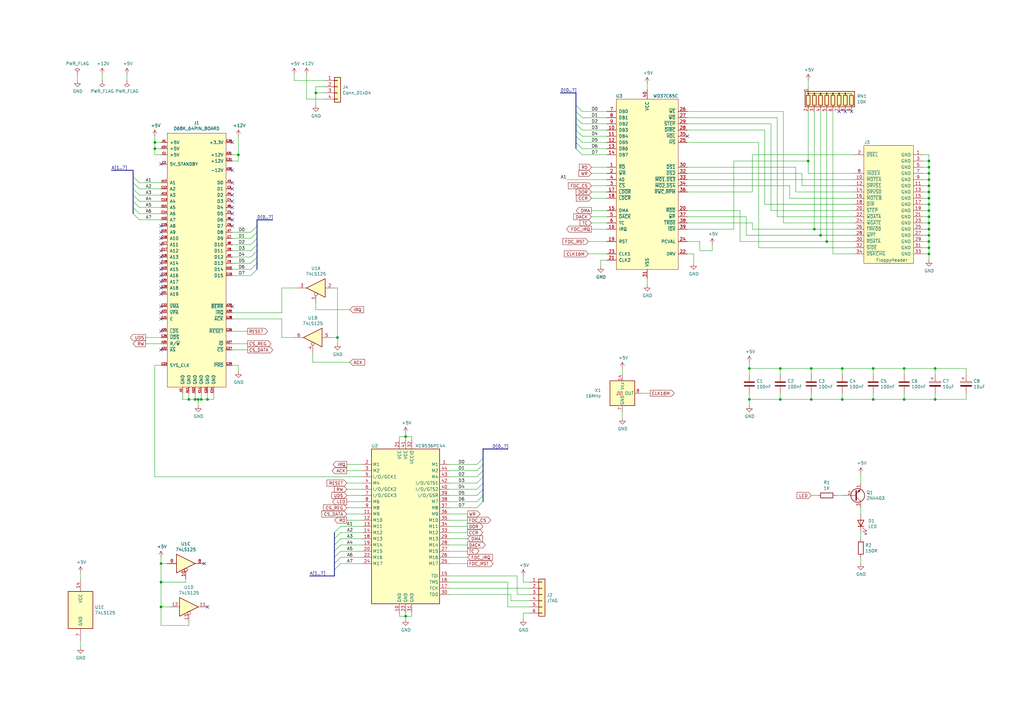
<source format=kicad_sch>
(kicad_sch (version 20230121) (generator eeschema)
  (paper "A3")
  (junction (at 82.55 163.83))
  (junction (at 320.04 163.83))
  (junction (at 381 78.74))
  (junction (at 332.74 151.13))
  (junction (at 339.09 99.06))
  (junction (at 77.47 163.83))
  (junction (at 383.54 163.83))
  (junction (at 331.47 66.04))
  (junction (at 138.43 138.43))
  (junction (at 334.01 93.98))
  (junction (at 80.01 163.83))
  (junction (at 345.44 151.13))
  (junction (at 381 68.58))
  (junction (at 345.44 163.83))
  (junction (at 381 83.82))
  (junction (at 63.5 58.42))
  (junction (at 81.28 163.83))
  (junction (at 63.5 60.96))
  (junction (at 381 66.04))
  (junction (at 166.37 179.07))
  (junction (at 381 71.12))
  (junction (at 381 104.14))
  (junction (at 381 99.06))
  (junction (at 129.54 38.1))
  (junction (at 66.04 248.92))
  (junction (at 307.34 151.13))
  (junction (at 97.79 63.5))
  (junction (at 381 81.28))
  (junction (at 66.04 238.76))
  (junction (at 383.54 151.13))
  (junction (at 370.84 163.83))
  (junction (at 358.14 163.83))
  (junction (at 332.74 163.83))
  (junction (at 358.14 151.13))
  (junction (at 381 93.98))
  (junction (at 381 101.6))
  (junction (at 381 96.52))
  (junction (at 370.84 151.13))
  (junction (at 320.04 151.13))
  (junction (at 307.34 163.83))
  (junction (at 381 91.44))
  (junction (at 381 73.66))
  (junction (at 381 86.36))
  (junction (at 336.55 96.52))
  (junction (at 381 88.9))
  (junction (at 85.09 163.83))
  (junction (at 66.04 231.14))
  (junction (at 166.37 252.73))
  (junction (at 381 76.2))
  (no_connect (at 66.04 102.87))
  (no_connect (at 95.25 125.73))
  (no_connect (at 66.04 143.51))
  (no_connect (at 83.82 231.14))
  (no_connect (at 66.04 95.25))
  (no_connect (at 95.25 92.71))
  (no_connect (at 95.25 90.17))
  (no_connect (at 66.04 118.11))
  (no_connect (at 66.04 100.33))
  (no_connect (at 95.25 82.55))
  (no_connect (at 344.17 45.72))
  (no_connect (at 66.04 97.79))
  (no_connect (at 66.04 120.65))
  (no_connect (at 66.04 115.57))
  (no_connect (at 95.25 74.93))
  (no_connect (at 95.25 58.42))
  (no_connect (at 95.25 80.01))
  (no_connect (at 66.04 107.95))
  (no_connect (at 66.04 105.41))
  (no_connect (at 95.25 85.09))
  (no_connect (at 66.04 67.31))
  (no_connect (at 349.25 45.72))
  (no_connect (at 346.71 45.72))
  (no_connect (at 95.25 87.63))
  (no_connect (at 66.04 110.49))
  (no_connect (at 85.09 248.92))
  (no_connect (at 66.04 125.73))
  (no_connect (at 66.04 113.03))
  (no_connect (at 95.25 69.85))
  (no_connect (at 66.04 128.27))
  (no_connect (at 95.25 77.47))
  (no_connect (at 281.94 55.88))
  (no_connect (at 66.04 92.71))
  (no_connect (at 66.04 135.89))
  (no_connect (at 66.04 130.81))
  (bus_entry (at 236.22 48.26) (size 2.54 2.54))
  (bus_entry (at 137.16 228.6) (size 2.54 -2.54))
  (bus_entry (at 198.12 193.04) (size -2.54 2.54))
  (bus_entry (at 102.87 100.33) (size 2.54 -2.54))
  (bus_entry (at 102.87 95.25) (size 2.54 -2.54))
  (bus_entry (at 137.16 220.98) (size 2.54 -2.54))
  (bus_entry (at 236.22 45.72) (size 2.54 2.54))
  (bus_entry (at 198.12 200.66) (size -2.54 2.54))
  (bus_entry (at 137.16 218.44) (size 2.54 -2.54))
  (bus_entry (at 137.16 231.14) (size 2.54 -2.54))
  (bus_entry (at 198.12 187.96) (size -2.54 2.54))
  (bus_entry (at 102.87 105.41) (size 2.54 -2.54))
  (bus_entry (at 54.61 82.55) (size 2.54 2.54))
  (bus_entry (at 137.16 226.06) (size 2.54 -2.54))
  (bus_entry (at 236.22 60.96) (size 2.54 2.54))
  (bus_entry (at 236.22 50.8) (size 2.54 2.54))
  (bus_entry (at 102.87 102.87) (size 2.54 -2.54))
  (bus_entry (at 137.16 223.52) (size 2.54 -2.54))
  (bus_entry (at 54.61 80.01) (size 2.54 2.54))
  (bus_entry (at 102.87 97.79) (size 2.54 -2.54))
  (bus_entry (at 102.87 110.49) (size 2.54 -2.54))
  (bus_entry (at 198.12 198.12) (size -2.54 2.54))
  (bus_entry (at 198.12 195.58) (size -2.54 2.54))
  (bus_entry (at 54.61 74.93) (size 2.54 2.54))
  (bus_entry (at 54.61 77.47) (size 2.54 2.54))
  (bus_entry (at 198.12 205.74) (size -2.54 2.54))
  (bus_entry (at 102.87 113.03) (size 2.54 -2.54))
  (bus_entry (at 54.61 85.09) (size 2.54 2.54))
  (bus_entry (at 198.12 190.5) (size -2.54 2.54))
  (bus_entry (at 102.87 107.95) (size 2.54 -2.54))
  (bus_entry (at 236.22 43.18) (size 2.54 2.54))
  (bus_entry (at 137.16 233.68) (size 2.54 -2.54))
  (bus_entry (at 236.22 58.42) (size 2.54 2.54))
  (bus_entry (at 54.61 87.63) (size 2.54 2.54))
  (bus_entry (at 236.22 55.88) (size 2.54 2.54))
  (bus_entry (at 236.22 53.34) (size 2.54 2.54))
  (bus_entry (at 54.61 72.39) (size 2.54 2.54))
  (bus_entry (at 198.12 203.2) (size -2.54 2.54))
  (wire (pts (xy 148.59 213.36) (xy 142.24 213.36)))
  (wire (pts (xy 166.37 252.73) (xy 168.91 252.73)))
  (bus (pts (xy 54.61 85.09) (xy 54.61 87.63)))
  (bus (pts (xy 105.41 102.87) (xy 105.41 105.41)))
  (wire (pts (xy 262.89 161.29) (xy 266.7 161.29)))
  (wire (pts (xy 248.92 78.74) (xy 242.57 78.74)))
  (wire (pts (xy 195.58 205.74) (xy 184.15 205.74)))
  (wire (pts (xy 332.74 151.13) (xy 320.04 151.13)))
  (wire (pts (xy 248.92 45.72) (xy 238.76 45.72)))
  (wire (pts (xy 381 78.74) (xy 381 81.28)))
  (wire (pts (xy 331.47 66.04) (xy 331.47 71.12)))
  (wire (pts (xy 184.15 198.12) (xy 195.58 198.12)))
  (wire (pts (xy 334.01 45.72) (xy 334.01 93.98)))
  (wire (pts (xy 76.2 238.76) (xy 66.04 238.76)))
  (wire (pts (xy 66.04 90.17) (xy 57.15 90.17)))
  (wire (pts (xy 148.59 210.82) (xy 142.24 210.82)))
  (wire (pts (xy 129.54 127) (xy 143.51 127)))
  (wire (pts (xy 345.44 151.13) (xy 332.74 151.13)))
  (bus (pts (xy 198.12 203.2) (xy 198.12 205.74)))
  (wire (pts (xy 381 63.5) (xy 381 66.04)))
  (wire (pts (xy 281.94 48.26) (xy 318.77 48.26)))
  (wire (pts (xy 191.77 220.98) (xy 184.15 220.98)))
  (wire (pts (xy 95.25 97.79) (xy 102.87 97.79)))
  (wire (pts (xy 209.55 246.38) (xy 217.17 246.38)))
  (bus (pts (xy 198.12 193.04) (xy 198.12 195.58)))
  (bus (pts (xy 198.12 190.5) (xy 198.12 193.04)))
  (wire (pts (xy 214.63 251.46) (xy 214.63 254)))
  (wire (pts (xy 370.84 153.67) (xy 370.84 151.13)))
  (wire (pts (xy 381 71.12) (xy 381 73.66)))
  (wire (pts (xy 129.54 38.1) (xy 133.35 38.1)))
  (wire (pts (xy 323.85 76.2) (xy 323.85 81.28)))
  (wire (pts (xy 168.91 252.73) (xy 168.91 251.46)))
  (wire (pts (xy 303.53 99.06) (xy 303.53 86.36)))
  (wire (pts (xy 95.25 130.81) (xy 115.57 130.81)))
  (wire (pts (xy 341.63 45.72) (xy 341.63 104.14)))
  (bus (pts (xy 236.22 53.34) (xy 236.22 55.88)))
  (wire (pts (xy 97.79 149.86) (xy 97.79 152.4)))
  (wire (pts (xy 306.07 96.52) (xy 336.55 96.52)))
  (wire (pts (xy 308.61 93.98) (xy 334.01 93.98)))
  (wire (pts (xy 66.04 74.93) (xy 57.15 74.93)))
  (wire (pts (xy 184.15 243.84) (xy 209.55 243.84)))
  (wire (pts (xy 378.46 71.12) (xy 381 71.12)))
  (wire (pts (xy 353.06 231.14) (xy 353.06 228.6)))
  (wire (pts (xy 353.06 194.31) (xy 353.06 198.12)))
  (wire (pts (xy 128.27 148.59) (xy 143.51 148.59)))
  (wire (pts (xy 191.77 231.14) (xy 184.15 231.14)))
  (wire (pts (xy 242.57 93.98) (xy 248.92 93.98)))
  (bus (pts (xy 236.22 48.26) (xy 236.22 50.8)))
  (wire (pts (xy 378.46 78.74) (xy 381 78.74)))
  (wire (pts (xy 378.46 68.58) (xy 381 68.58)))
  (bus (pts (xy 54.61 74.93) (xy 54.61 77.47)))
  (wire (pts (xy 308.61 93.98) (xy 308.61 91.44)))
  (wire (pts (xy 332.74 203.2) (xy 335.28 203.2)))
  (wire (pts (xy 281.94 76.2) (xy 323.85 76.2)))
  (wire (pts (xy 68.58 231.14) (xy 66.04 231.14)))
  (wire (pts (xy 214.63 236.22) (xy 214.63 238.76)))
  (wire (pts (xy 166.37 179.07) (xy 166.37 180.34)))
  (wire (pts (xy 396.24 163.83) (xy 383.54 163.83)))
  (wire (pts (xy 339.09 99.06) (xy 350.52 99.06)))
  (wire (pts (xy 345.44 203.2) (xy 342.9 203.2)))
  (wire (pts (xy 163.83 251.46) (xy 163.83 252.73)))
  (bus (pts (xy 198.12 184.15) (xy 198.12 187.96)))
  (wire (pts (xy 396.24 161.29) (xy 396.24 163.83)))
  (wire (pts (xy 163.83 252.73) (xy 166.37 252.73)))
  (wire (pts (xy 97.79 66.04) (xy 95.25 66.04)))
  (wire (pts (xy 66.04 80.01) (xy 57.15 80.01)))
  (wire (pts (xy 184.15 203.2) (xy 195.58 203.2)))
  (wire (pts (xy 166.37 252.73) (xy 166.37 254)))
  (wire (pts (xy 238.76 58.42) (xy 248.92 58.42)))
  (wire (pts (xy 281.94 99.06) (xy 287.02 99.06)))
  (wire (pts (xy 331.47 45.72) (xy 331.47 66.04)))
  (wire (pts (xy 101.6 135.89) (xy 95.25 135.89)))
  (wire (pts (xy 138.43 140.97) (xy 138.43 138.43)))
  (wire (pts (xy 313.69 53.34) (xy 313.69 83.82)))
  (wire (pts (xy 336.55 45.72) (xy 336.55 96.52)))
  (wire (pts (xy 378.46 91.44) (xy 381 91.44)))
  (bus (pts (xy 236.22 45.72) (xy 236.22 48.26)))
  (wire (pts (xy 77.47 163.83) (xy 80.01 163.83)))
  (bus (pts (xy 105.41 107.95) (xy 105.41 110.49)))
  (wire (pts (xy 281.94 71.12) (xy 328.93 71.12)))
  (bus (pts (xy 137.16 223.52) (xy 137.16 226.06)))
  (wire (pts (xy 381 81.28) (xy 381 83.82)))
  (wire (pts (xy 148.59 205.74) (xy 142.24 205.74)))
  (wire (pts (xy 242.57 76.2) (xy 248.92 76.2)))
  (wire (pts (xy 166.37 179.07) (xy 168.91 179.07)))
  (wire (pts (xy 248.92 55.88) (xy 238.76 55.88)))
  (wire (pts (xy 66.04 238.76) (xy 66.04 248.92)))
  (wire (pts (xy 66.04 248.92) (xy 69.85 248.92)))
  (wire (pts (xy 115.57 130.81) (xy 115.57 138.43)))
  (wire (pts (xy 66.04 256.54) (xy 66.04 248.92)))
  (wire (pts (xy 139.7 220.98) (xy 148.59 220.98)))
  (wire (pts (xy 396.24 151.13) (xy 383.54 151.13)))
  (wire (pts (xy 139.7 223.52) (xy 148.59 223.52)))
  (wire (pts (xy 336.55 96.52) (xy 350.52 96.52)))
  (wire (pts (xy 66.04 231.14) (xy 66.04 238.76)))
  (wire (pts (xy 77.47 255.27) (xy 77.47 256.54)))
  (wire (pts (xy 281.94 93.98) (xy 300.99 93.98)))
  (wire (pts (xy 345.44 163.83) (xy 332.74 163.83)))
  (wire (pts (xy 326.39 78.74) (xy 350.52 78.74)))
  (wire (pts (xy 142.24 208.28) (xy 148.59 208.28)))
  (wire (pts (xy 320.04 153.67) (xy 320.04 151.13)))
  (bus (pts (xy 137.16 226.06) (xy 137.16 228.6)))
  (wire (pts (xy 281.94 50.8) (xy 316.23 50.8)))
  (bus (pts (xy 105.41 100.33) (xy 105.41 102.87)))
  (wire (pts (xy 115.57 128.27) (xy 115.57 118.11)))
  (bus (pts (xy 137.16 228.6) (xy 137.16 231.14)))
  (wire (pts (xy 241.3 99.06) (xy 248.92 99.06)))
  (wire (pts (xy 125.73 40.64) (xy 133.35 40.64)))
  (wire (pts (xy 166.37 179.07) (xy 166.37 177.8)))
  (wire (pts (xy 378.46 88.9) (xy 381 88.9)))
  (wire (pts (xy 311.15 101.6) (xy 350.52 101.6)))
  (wire (pts (xy 321.31 45.72) (xy 321.31 91.44)))
  (wire (pts (xy 129.54 35.56) (xy 129.54 38.1)))
  (wire (pts (xy 300.99 66.04) (xy 331.47 66.04)))
  (wire (pts (xy 381 93.98) (xy 381 96.52)))
  (wire (pts (xy 115.57 138.43) (xy 120.65 138.43)))
  (wire (pts (xy 102.87 100.33) (xy 95.25 100.33)))
  (wire (pts (xy 378.46 83.82) (xy 381 83.82)))
  (wire (pts (xy 381 86.36) (xy 381 88.9)))
  (wire (pts (xy 85.09 163.83) (xy 87.63 163.83)))
  (wire (pts (xy 381 101.6) (xy 381 104.14)))
  (wire (pts (xy 383.54 161.29) (xy 383.54 163.83)))
  (wire (pts (xy 332.74 153.67) (xy 332.74 151.13)))
  (wire (pts (xy 138.43 118.11) (xy 138.43 138.43)))
  (wire (pts (xy 138.43 118.11) (xy 137.16 118.11)))
  (wire (pts (xy 129.54 43.18) (xy 129.54 38.1)))
  (wire (pts (xy 308.61 63.5) (xy 350.52 63.5)))
  (wire (pts (xy 82.55 161.29) (xy 82.55 163.83)))
  (wire (pts (xy 383.54 151.13) (xy 370.84 151.13)))
  (wire (pts (xy 339.09 45.72) (xy 339.09 99.06)))
  (wire (pts (xy 307.34 163.83) (xy 307.34 166.37)))
  (wire (pts (xy 129.54 124.46) (xy 129.54 127)))
  (wire (pts (xy 248.92 104.14) (xy 241.3 104.14)))
  (wire (pts (xy 217.17 251.46) (xy 214.63 251.46)))
  (wire (pts (xy 81.28 166.37) (xy 81.28 163.83)))
  (bus (pts (xy 198.12 184.15) (xy 208.28 184.15)))
  (wire (pts (xy 95.25 63.5) (xy 97.79 63.5)))
  (wire (pts (xy 77.47 256.54) (xy 66.04 256.54)))
  (wire (pts (xy 191.77 226.06) (xy 184.15 226.06)))
  (wire (pts (xy 381 88.9) (xy 381 91.44)))
  (wire (pts (xy 128.27 144.78) (xy 128.27 148.59)))
  (wire (pts (xy 184.15 238.76) (xy 208.28 238.76)))
  (wire (pts (xy 57.15 87.63) (xy 66.04 87.63)))
  (wire (pts (xy 120.65 30.48) (xy 120.65 33.02)))
  (wire (pts (xy 331.47 33.02) (xy 331.47 35.56)))
  (wire (pts (xy 214.63 238.76) (xy 217.17 238.76)))
  (bus (pts (xy 54.61 80.01) (xy 54.61 82.55)))
  (wire (pts (xy 332.74 163.83) (xy 320.04 163.83)))
  (wire (pts (xy 358.14 153.67) (xy 358.14 151.13)))
  (wire (pts (xy 292.1 102.87) (xy 292.1 100.33)))
  (bus (pts (xy 137.16 236.22) (xy 127 236.22)))
  (wire (pts (xy 80.01 161.29) (xy 80.01 163.83)))
  (wire (pts (xy 95.25 113.03) (xy 102.87 113.03)))
  (wire (pts (xy 318.77 88.9) (xy 350.52 88.9)))
  (wire (pts (xy 57.15 77.47) (xy 66.04 77.47)))
  (wire (pts (xy 238.76 63.5) (xy 248.92 63.5)))
  (bus (pts (xy 54.61 82.55) (xy 54.61 85.09)))
  (bus (pts (xy 236.22 58.42) (xy 236.22 60.96)))
  (wire (pts (xy 168.91 179.07) (xy 168.91 180.34)))
  (wire (pts (xy 33.02 237.49) (xy 33.02 234.95)))
  (wire (pts (xy 381 104.14) (xy 381 106.68)))
  (wire (pts (xy 358.14 161.29) (xy 358.14 163.83)))
  (wire (pts (xy 378.46 81.28) (xy 381 81.28)))
  (bus (pts (xy 137.16 233.68) (xy 137.16 236.22)))
  (wire (pts (xy 133.35 35.56) (xy 129.54 35.56)))
  (wire (pts (xy 102.87 110.49) (xy 95.25 110.49)))
  (wire (pts (xy 321.31 91.44) (xy 350.52 91.44)))
  (bus (pts (xy 236.22 38.1) (xy 236.22 43.18)))
  (wire (pts (xy 148.59 193.04) (xy 142.24 193.04)))
  (wire (pts (xy 307.34 151.13) (xy 307.34 153.67)))
  (wire (pts (xy 281.94 68.58) (xy 326.39 68.58)))
  (wire (pts (xy 308.61 91.44) (xy 281.94 91.44)))
  (wire (pts (xy 102.87 95.25) (xy 95.25 95.25)))
  (wire (pts (xy 381 66.04) (xy 381 68.58)))
  (wire (pts (xy 63.5 60.96) (xy 63.5 58.42)))
  (wire (pts (xy 95.25 128.27) (xy 115.57 128.27)))
  (wire (pts (xy 95.25 149.86) (xy 97.79 149.86)))
  (bus (pts (xy 198.12 187.96) (xy 198.12 190.5)))
  (wire (pts (xy 378.46 93.98) (xy 381 93.98)))
  (wire (pts (xy 383.54 153.67) (xy 383.54 151.13)))
  (wire (pts (xy 328.93 76.2) (xy 350.52 76.2)))
  (wire (pts (xy 59.69 140.97) (xy 66.04 140.97)))
  (wire (pts (xy 353.06 210.82) (xy 353.06 208.28)))
  (wire (pts (xy 31.75 30.48) (xy 31.75 33.02)))
  (wire (pts (xy 66.04 228.6) (xy 66.04 231.14)))
  (wire (pts (xy 238.76 53.34) (xy 248.92 53.34)))
  (wire (pts (xy 95.25 143.51) (xy 101.6 143.51)))
  (wire (pts (xy 66.04 63.5) (xy 63.5 63.5)))
  (bus (pts (xy 198.12 200.66) (xy 198.12 203.2)))
  (wire (pts (xy 66.04 149.86) (xy 63.5 149.86)))
  (wire (pts (xy 370.84 161.29) (xy 370.84 163.83)))
  (wire (pts (xy 345.44 153.67) (xy 345.44 151.13)))
  (wire (pts (xy 208.28 248.92) (xy 217.17 248.92)))
  (wire (pts (xy 370.84 151.13) (xy 358.14 151.13)))
  (wire (pts (xy 281.94 45.72) (xy 321.31 45.72)))
  (wire (pts (xy 255.27 171.45) (xy 255.27 168.91)))
  (wire (pts (xy 303.53 86.36) (xy 281.94 86.36)))
  (wire (pts (xy 191.77 210.82) (xy 184.15 210.82)))
  (bus (pts (xy 236.22 50.8) (xy 236.22 53.34)))
  (wire (pts (xy 41.91 33.02) (xy 41.91 30.48)))
  (bus (pts (xy 198.12 198.12) (xy 198.12 200.66)))
  (wire (pts (xy 139.7 228.6) (xy 148.59 228.6)))
  (wire (pts (xy 265.43 114.3) (xy 265.43 116.84)))
  (wire (pts (xy 341.63 104.14) (xy 350.52 104.14)))
  (wire (pts (xy 52.07 33.02) (xy 52.07 30.48)))
  (wire (pts (xy 95.25 107.95) (xy 102.87 107.95)))
  (wire (pts (xy 120.65 33.02) (xy 133.35 33.02)))
  (wire (pts (xy 242.57 81.28) (xy 248.92 81.28)))
  (wire (pts (xy 77.47 161.29) (xy 77.47 163.83)))
  (wire (pts (xy 148.59 215.9) (xy 139.7 215.9)))
  (wire (pts (xy 378.46 96.52) (xy 381 96.52)))
  (wire (pts (xy 242.57 86.36) (xy 248.92 86.36)))
  (wire (pts (xy 63.5 149.86) (xy 63.5 195.58)))
  (wire (pts (xy 332.74 161.29) (xy 332.74 163.83)))
  (wire (pts (xy 87.63 163.83) (xy 87.63 161.29)))
  (wire (pts (xy 381 83.82) (xy 381 86.36)))
  (wire (pts (xy 163.83 180.34) (xy 163.83 179.07)))
  (wire (pts (xy 306.07 96.52) (xy 306.07 88.9)))
  (wire (pts (xy 370.84 163.83) (xy 358.14 163.83)))
  (wire (pts (xy 378.46 99.06) (xy 381 99.06)))
  (wire (pts (xy 148.59 226.06) (xy 139.7 226.06)))
  (wire (pts (xy 142.24 190.5) (xy 148.59 190.5)))
  (wire (pts (xy 318.77 48.26) (xy 318.77 88.9)))
  (wire (pts (xy 331.47 71.12) (xy 350.52 71.12)))
  (wire (pts (xy 184.15 236.22) (xy 212.09 236.22)))
  (wire (pts (xy 358.14 163.83) (xy 345.44 163.83)))
  (bus (pts (xy 105.41 92.71) (xy 105.41 95.25)))
  (wire (pts (xy 320.04 151.13) (xy 307.34 151.13)))
  (wire (pts (xy 381 76.2) (xy 381 78.74)))
  (wire (pts (xy 316.23 86.36) (xy 350.52 86.36)))
  (bus (pts (xy 54.61 72.39) (xy 54.61 74.93)))
  (wire (pts (xy 232.41 73.66) (xy 248.92 73.66)))
  (wire (pts (xy 281.94 78.74) (xy 308.61 78.74)))
  (wire (pts (xy 184.15 193.04) (xy 195.58 193.04)))
  (wire (pts (xy 209.55 243.84) (xy 209.55 246.38)))
  (wire (pts (xy 238.76 48.26) (xy 248.92 48.26)))
  (wire (pts (xy 381 91.44) (xy 381 93.98)))
  (wire (pts (xy 184.15 190.5) (xy 195.58 190.5)))
  (wire (pts (xy 378.46 101.6) (xy 381 101.6)))
  (wire (pts (xy 378.46 86.36) (xy 381 86.36)))
  (bus (pts (xy 105.41 90.17) (xy 111.76 90.17)))
  (wire (pts (xy 306.07 88.9) (xy 281.94 88.9)))
  (wire (pts (xy 184.15 208.28) (xy 195.58 208.28)))
  (wire (pts (xy 139.7 231.14) (xy 148.59 231.14)))
  (bus (pts (xy 236.22 43.18) (xy 236.22 45.72)))
  (bus (pts (xy 105.41 97.79) (xy 105.41 100.33)))
  (wire (pts (xy 148.59 195.58) (xy 63.5 195.58)))
  (wire (pts (xy 320.04 161.29) (xy 320.04 163.83)))
  (wire (pts (xy 284.48 104.14) (xy 281.94 104.14)))
  (wire (pts (xy 358.14 151.13) (xy 345.44 151.13)))
  (wire (pts (xy 101.6 140.97) (xy 95.25 140.97)))
  (wire (pts (xy 320.04 163.83) (xy 307.34 163.83)))
  (wire (pts (xy 307.34 148.59) (xy 307.34 151.13)))
  (wire (pts (xy 95.25 102.87) (xy 102.87 102.87)))
  (wire (pts (xy 82.55 163.83) (xy 85.09 163.83)))
  (wire (pts (xy 281.94 73.66) (xy 350.52 73.66)))
  (wire (pts (xy 63.5 58.42) (xy 63.5 55.88)))
  (wire (pts (xy 208.28 238.76) (xy 208.28 248.92)))
  (wire (pts (xy 381 73.66) (xy 381 76.2)))
  (wire (pts (xy 33.02 265.43) (xy 33.02 262.89)))
  (wire (pts (xy 248.92 106.68) (xy 246.38 106.68)))
  (wire (pts (xy 287.02 102.87) (xy 292.1 102.87)))
  (wire (pts (xy 81.28 163.83) (xy 82.55 163.83)))
  (wire (pts (xy 381 96.52) (xy 381 99.06)))
  (bus (pts (xy 54.61 69.85) (xy 45.72 69.85)))
  (wire (pts (xy 195.58 200.66) (xy 184.15 200.66)))
  (wire (pts (xy 248.92 88.9) (xy 242.57 88.9)))
  (wire (pts (xy 378.46 66.04) (xy 381 66.04)))
  (wire (pts (xy 142.24 203.2) (xy 148.59 203.2)))
  (wire (pts (xy 102.87 105.41) (xy 95.25 105.41)))
  (wire (pts (xy 316.23 50.8) (xy 316.23 86.36)))
  (bus (pts (xy 54.61 77.47) (xy 54.61 80.01)))
  (wire (pts (xy 191.77 215.9) (xy 184.15 215.9)))
  (bus (pts (xy 236.22 55.88) (xy 236.22 58.42)))
  (bus (pts (xy 137.16 218.44) (xy 137.16 220.98)))
  (wire (pts (xy 381 68.58) (xy 381 71.12)))
  (wire (pts (xy 66.04 58.42) (xy 63.5 58.42)))
  (wire (pts (xy 308.61 78.74) (xy 308.61 63.5)))
  (wire (pts (xy 80.01 163.83) (xy 81.28 163.83)))
  (wire (pts (xy 139.7 218.44) (xy 148.59 218.44)))
  (wire (pts (xy 378.46 73.66) (xy 381 73.66)))
  (wire (pts (xy 63.5 63.5) (xy 63.5 60.96)))
  (wire (pts (xy 142.24 198.12) (xy 148.59 198.12)))
  (wire (pts (xy 184.15 213.36) (xy 191.77 213.36)))
  (bus (pts (xy 229.87 38.1) (xy 236.22 38.1)))
  (wire (pts (xy 166.37 251.46) (xy 166.37 252.73)))
  (wire (pts (xy 115.57 118.11) (xy 121.92 118.11)))
  (wire (pts (xy 97.79 63.5) (xy 97.79 66.04)))
  (bus (pts (xy 54.61 69.85) (xy 54.61 72.39)))
  (wire (pts (xy 303.53 99.06) (xy 339.09 99.06)))
  (wire (pts (xy 85.09 161.29) (xy 85.09 163.83)))
  (wire (pts (xy 242.57 91.44) (xy 248.92 91.44)))
  (wire (pts (xy 212.09 236.22) (xy 212.09 243.84)))
  (wire (pts (xy 248.92 50.8) (xy 238.76 50.8)))
  (wire (pts (xy 326.39 68.58) (xy 326.39 78.74)))
  (bus (pts (xy 137.16 220.98) (xy 137.16 223.52)))
  (wire (pts (xy 323.85 81.28) (xy 350.52 81.28)))
  (wire (pts (xy 378.46 76.2) (xy 381 76.2)))
  (wire (pts (xy 163.83 179.07) (xy 166.37 179.07)))
  (wire (pts (xy 255.27 151.13) (xy 255.27 153.67)))
  (wire (pts (xy 300.99 93.98) (xy 300.99 66.04)))
  (wire (pts (xy 265.43 34.29) (xy 265.43 36.83)))
  (wire (pts (xy 311.15 58.42) (xy 311.15 101.6)))
  (wire (pts (xy 381 99.06) (xy 381 101.6)))
  (bus (pts (xy 105.41 105.41) (xy 105.41 107.95)))
  (wire (pts (xy 242.57 71.12) (xy 248.92 71.12)))
  (wire (pts (xy 287.02 99.06) (xy 287.02 102.87)))
  (wire (pts (xy 59.69 138.43) (xy 66.04 138.43)))
  (wire (pts (xy 248.92 60.96) (xy 238.76 60.96)))
  (wire (pts (xy 195.58 195.58) (xy 184.15 195.58)))
  (wire (pts (xy 383.54 163.83) (xy 370.84 163.83)))
  (wire (pts (xy 57.15 82.55) (xy 66.04 82.55)))
  (wire (pts (xy 135.89 138.43) (xy 138.43 138.43)))
  (bus (pts (xy 198.12 195.58) (xy 198.12 198.12)))
  (wire (pts (xy 396.24 153.67) (xy 396.24 151.13)))
  (wire (pts (xy 281.94 58.42) (xy 311.15 58.42)))
  (bus (pts (xy 105.41 95.25) (xy 105.41 97.79)))
  (wire (pts (xy 284.48 107.95) (xy 284.48 104.14)))
  (wire (pts (xy 353.06 220.98) (xy 353.06 218.44)))
  (wire (pts (xy 74.93 163.83) (xy 77.47 163.83)))
  (wire (pts (xy 97.79 55.88) (xy 97.79 63.5)))
  (wire (pts (xy 74.93 161.29) (xy 74.93 163.83)))
  (wire (pts (xy 345.44 161.29) (xy 345.44 163.83)))
  (wire (pts (xy 212.09 243.84) (xy 217.17 243.84)))
  (wire (pts (xy 148.59 200.66) (xy 142.24 200.66)))
  (wire (pts (xy 184.15 218.44) (xy 191.77 218.44)))
  (wire (pts (xy 307.34 161.29) (xy 307.34 163.83)))
  (wire (pts (xy 66.04 85.09) (xy 57.15 85.09)))
  (wire (pts (xy 184.15 241.3) (xy 217.17 241.3)))
  (wire (pts (xy 281.94 53.34) (xy 313.69 53.34)))
  (wire (pts (xy 66.04 60.96) (xy 63.5 60.96)))
  (wire (pts (xy 313.69 83.82) (xy 350.52 83.82)))
  (wire (pts (xy 328.93 71.12) (xy 328.93 76.2)))
  (wire (pts (xy 76.2 237.49) (xy 76.2 238.76)))
  (wire (pts (xy 184.15 228.6) (xy 191.77 228.6)))
  (wire (pts (xy 378.46 63.5) (xy 381 63.5)))
  (bus (pts (xy 137.16 231.14) (xy 137.16 233.68)))
  (wire (pts (xy 184.15 223.52) (xy 191.77 223.52)))
  (wire (pts (xy 248.92 68.58) (xy 242.57 68.58)))
  (bus (pts (xy 105.41 90.17) (xy 105.41 92.71)))
  (wire (pts (xy 334.01 93.98) (xy 350.52 93.98)))
  (wire (pts (xy 378.46 104.14) (xy 381 104.14)))
  (wire (pts (xy 246.38 106.68) (xy 246.38 109.22)))
  (wire (pts (xy 125.73 30.48) (xy 125.73 40.64)))
  (label "A5" (at 142.24 226.06 0))
  (label "A5" (at 59.69 85.09 0))
  (label "D5" (at 97.79 107.95 0))
  (label "D7" (at 97.79 113.03 0))
  (label "D4" (at 242.57 55.88 0))
  (label "D6" (at 242.57 60.96 0))
  (label "D5" (at 187.96 203.2 0))
  (label "A6" (at 142.24 228.6 0))
  (label "A7" (at 59.69 90.17 0))
  (label "A2" (at 59.69 77.47 0))
  (label "D7" (at 187.96 208.28 0))
  (label "A1" (at 142.24 215.9 0))
  (label "D[0..7]" (at 229.87 38.1 0))
  (label "D2" (at 242.57 50.8 0))
  (label "D1" (at 187.96 193.04 0))
  (label "A4" (at 59.69 82.55 0))
  (label "D1" (at 97.79 97.79 0))
  (label "D0" (at 242.57 45.72 0))
  (label "A6" (at 59.69 87.63 0))
  (label "D4" (at 187.96 200.66 0))
  (label "D7" (at 242.57 63.5 0))
  (label "D6" (at 97.79 110.49 0))
  (label "D[0..7]" (at 201.93 184.15 0))
  (label "A7" (at 142.24 231.14 0))
  (label "D0" (at 187.96 190.5 0))
  (label "A4" (at 142.24 223.52 0))
  (label "D5" (at 242.57 58.42 0))
  (label "A1" (at 59.69 74.93 0))
  (label "D2" (at 97.79 100.33 0))
  (label "A2" (at 142.24 218.44 0))
  (label "A3" (at 59.69 80.01 0))
  (label "D2" (at 187.96 195.58 0))
  (label "A3" (at 142.24 220.98 0))
  (label "D6" (at 187.96 205.74 0))
  (label "D3" (at 187.96 198.12 0))
  (label "D3" (at 97.79 102.87 0))
  (label "A[1..7]" (at 45.72 69.85 0))
  (label "D0" (at 97.79 95.25 0))
  (label "D[0..7]" (at 105.41 90.17 0))
  (label "D3" (at 242.57 53.34 0))
  (label "D1" (at 242.57 48.26 0))
  (label "A1" (at 232.41 73.66 180))
  (label "D4" (at 97.79 105.41 0))
  (label "A[1..7]" (at 127 236.22 0))
  (global_label "RD" (shape input) (at 242.57 68.58 180) (property "Intersheetrefs" "${INTERSHEET_REFS}" (effects hide)))
  (global_label "TC" (shape output) (at 191.77 226.06 0) (property "Intersheetrefs" "${INTERSHEET_REFS}" (effects hide)))
  (global_label "UDS" (shape input) (at 142.24 203.2 180) (property "Intersheetrefs" "${INTERSHEET_REFS}" (effects hide)))
  (global_label "FDC_CS" (shape output) (at 191.77 213.36 0) (property "Intersheetrefs" "${INTERSHEET_REFS}" (effects hide)))
  (global_label "DACK" (shape input) (at 242.57 88.9 180) (property "Intersheetrefs" "${INTERSHEET_REFS}" (effects hide)))
  (global_label "TC" (shape input) (at 242.57 91.44 180) (property "Intersheetrefs" "${INTERSHEET_REFS}" (effects hide)))
  (global_label "RW" (shape output) (at 59.69 140.97 180) (property "Intersheetrefs" "${INTERSHEET_REFS}" (effects hide)))
  (global_label "DMA" (shape input) (at 191.77 220.98 0) (property "Intersheetrefs" "${INTERSHEET_REFS}" (effects hide)))
  (global_label "CS_REG" (shape input) (at 142.24 208.28 180) (property "Intersheetrefs" "${INTERSHEET_REFS}" (effects hide)))
  (global_label "FDC_RST" (shape output) (at 191.77 231.14 0) (property "Intersheetrefs" "${INTERSHEET_REFS}" (effects hide)))
  (global_label "CLK16M" (shape output) (at 266.7 161.29 0) (property "Intersheetrefs" "${INTERSHEET_REFS}" (effects hide)))
  (global_label "CCR" (shape output) (at 191.77 218.44 0) (property "Intersheetrefs" "${INTERSHEET_REFS}" (effects hide)))
  (global_label "FDC_RST" (shape input) (at 241.3 99.06 180) (property "Intersheetrefs" "${INTERSHEET_REFS}" (effects hide)))
  (global_label "CCR" (shape input) (at 242.57 81.28 180) (property "Intersheetrefs" "${INTERSHEET_REFS}" (effects hide)))
  (global_label "DMA" (shape output) (at 242.57 86.36 180) (property "Intersheetrefs" "${INTERSHEET_REFS}" (effects hide)))
  (global_label "IRQ" (shape input) (at 143.51 127 0) (property "Intersheetrefs" "${INTERSHEET_REFS}" (effects hide)))
  (global_label "RESET" (shape input) (at 142.24 198.12 180) (property "Intersheetrefs" "${INTERSHEET_REFS}" (effects hide)))
  (global_label "ACK" (shape output) (at 142.24 193.04 180) (property "Intersheetrefs" "${INTERSHEET_REFS}" (effects hide)))
  (global_label "CLK16M" (shape input) (at 241.3 104.14 180) (property "Intersheetrefs" "${INTERSHEET_REFS}" (effects hide)))
  (global_label "UDS" (shape output) (at 59.69 138.43 180) (property "Intersheetrefs" "${INTERSHEET_REFS}" (effects hide)))
  (global_label "RD" (shape output) (at 142.24 213.36 180) (property "Intersheetrefs" "${INTERSHEET_REFS}" (effects hide)))
  (global_label "DOR" (shape input) (at 242.57 78.74 180) (property "Intersheetrefs" "${INTERSHEET_REFS}" (effects hide)))
  (global_label "DOR" (shape output) (at 191.77 215.9 0) (property "Intersheetrefs" "${INTERSHEET_REFS}" (effects hide)))
  (global_label "ACK" (shape input) (at 143.51 148.59 0) (property "Intersheetrefs" "${INTERSHEET_REFS}" (effects hide)))
  (global_label "WR" (shape input) (at 242.57 71.12 180) (property "Intersheetrefs" "${INTERSHEET_REFS}" (effects hide)))
  (global_label "WR" (shape output) (at 191.77 210.82 0) (property "Intersheetrefs" "${INTERSHEET_REFS}" (effects hide)))
  (global_label "CS_DATA" (shape output) (at 101.6 143.51 0) (property "Intersheetrefs" "${INTERSHEET_REFS}" (effects hide)))
  (global_label "FDC_IRQ" (shape input) (at 191.77 228.6 0) (property "Intersheetrefs" "${INTERSHEET_REFS}" (effects hide)))
  (global_label "RW" (shape input) (at 142.24 200.66 180) (property "Intersheetrefs" "${INTERSHEET_REFS}" (effects hide)))
  (global_label "CS_DATA" (shape input) (at 142.24 210.82 180) (property "Intersheetrefs" "${INTERSHEET_REFS}" (effects hide)))
  (global_label "CS_REG" (shape output) (at 101.6 140.97 0) (property "Intersheetrefs" "${INTERSHEET_REFS}" (effects hide)))
  (global_label "LED" (shape output) (at 142.24 205.74 180) (property "Intersheetrefs" "${INTERSHEET_REFS}" (effects hide)))
  (global_label "FDC_IRQ" (shape output) (at 242.57 93.98 180) (property "Intersheetrefs" "${INTERSHEET_REFS}" (effects hide)))
  (global_label "FDC_CS" (shape input) (at 242.57 76.2 180) (property "Intersheetrefs" "${INTERSHEET_REFS}" (effects hide)))
  (global_label "RESET" (shape output) (at 101.6 135.89 0) (property "Intersheetrefs" "${INTERSHEET_REFS}" (effects hide)))
  (global_label "IRQ" (shape output) (at 142.24 190.5 180) (property "Intersheetrefs" "${INTERSHEET_REFS}" (effects hide)))
  (global_label "DACK" (shape output) (at 191.77 223.52 0) (property "Intersheetrefs" "${INTERSHEET_REFS}" (effects hide)))
  (global_label "LED" (shape input) (at 332.74 203.2 180) (property "Intersheetrefs" "${INTERSHEET_REFS}" (effects hide)))
  (symbol (lib_id "Ddraig:D68K_64PIN_BOARD") (at 81.28 102.87 0) (unit 1)
    (property "Reference" "J1" (at 80.645 50.419 0))
    (property "Value" "D68K_64PIN_BOARD" (at 80.645 52.7304 0))
    (property "Footprint" "Ddraig:DIN41612_C_2x32_Male_Horizontal_THT" (effects hide))
  )
  (symbol (lib_id "Ddraig:WD37C65C") (at 265.43 68.58 0) (unit 1)
    (property "Reference" "U3" (at 254 39.37 0))
    (property "Value" "WD37C65C" (at 273.05 39.37 0))
    (property "Footprint" "Package_DIP:DIP-40_W15.24mm_Socket" (effects hide))
  )
  (symbol (lib_id "Ddraig:XC9536PC44") (at 166.37 215.9 0) (unit 1)
    (property "Reference" "U2" (at 153.67 182.88 0))
    (property "Value" "XC9536PC44" (at 176.53 182.88 0))
    (property "Footprint" "Package_LCC:PLCC-44_THT-Socket" (effects hide))
    (property "Datasheet" "xilinx/xc9536.pdf" (effects hide))
  )
  (symbol (lib_id "Ddraig:FloppyHeader") (at 364.49 106.68 0) (unit 1)
    (property "Reference" "J3" (at 355.6 58.42 0))
    (property "Value" "FloppyHeader" (at 365.76 106.68 0))
    (property "Footprint" "Connector_PinHeader_2.54mm:PinHeader_2x17_P2.54mm_Vertical" (effects hide))
  )
  (symbol (lib_id "power:GND") (at 381 106.68 0) (unit 1)
    (property "Reference" "#PWR028" (effects hide))
    (property "Value" "GND" (at 381.127 111.0742 0))
  )
  (symbol (lib_id "power:GND") (at 97.79 152.4 0) (unit 1)
    (property "Reference" "#PWR010" (effects hide))
    (property "Value" "GND" (at 97.917 156.7942 0))
  )
  (symbol (lib_id "power:GND") (at 284.48 107.95 0) (unit 1)
    (property "Reference" "#PWR021" (effects hide))
    (property "Value" "GND" (at 284.607 112.3442 0))
  )
  (symbol (lib_id "power:GND") (at 265.43 116.84 0) (unit 1)
    (property "Reference" "#PWR019" (effects hide))
    (property "Value" "GND" (at 265.557 121.2342 0))
  )
  (symbol (lib_id "power:+5V") (at 292.1 100.33 0) (unit 1)
    (property "Reference" "#PWR022" (effects hide))
    (property "Value" "+5V" (at 292.481 95.9358 0))
  )
  (symbol (lib_id "power:GND") (at 246.38 109.22 0) (unit 1)
    (property "Reference" "#PWR014" (effects hide))
    (property "Value" "GND" (at 246.507 113.6142 0))
  )
  (symbol (lib_id "power:GND") (at 214.63 254 0) (unit 1)
    (property "Reference" "#PWR020" (effects hide))
    (property "Value" "GND" (at 214.757 258.3942 0))
  )
  (symbol (lib_id "power:+5V") (at 265.43 34.29 0) (unit 1)
    (property "Reference" "#PWR018" (effects hide))
    (property "Value" "+5V" (at 265.811 29.8958 0))
  )
  (symbol (lib_id "Device:R_Network08") (at 341.63 40.64 0) (unit 1)
    (property "Reference" "RN1" (at 351.4852 39.4716 0) (effects (justify left)))
    (property "Value" "10K" (at 351.4852 41.783 0) (effects (justify left)))
    (property "Footprint" "Resistor_THT:R_Array_SIP9" (effects hide))
    (property "Datasheet" "http://www.vishay.com/docs/31509/csc.pdf" (effects hide))
  )
  (symbol (lib_id "power:+5V") (at 331.47 33.02 0) (unit 1)
    (property "Reference" "#PWR025" (effects hide))
    (property "Value" "+5V" (at 331.851 28.6258 0))
  )
  (symbol (lib_id "power:+5V") (at 214.63 236.22 0) (unit 1)
    (property "Reference" "#PWR015" (effects hide))
    (property "Value" "+5V" (at 215.011 231.8258 0))
  )
  (symbol (lib_id "74xx:74LS125") (at 129.54 118.11 0) (mirror y) (unit 1)
    (property "Reference" "U1" (at 129.54 110.0582 0))
    (property "Value" "74LS125" (at 129.54 112.3696 0))
    (property "Footprint" "Package_DIP:DIP-14_W7.62mm_Socket" (effects hide))
    (property "Datasheet" "http://www.ti.com/lit/gpn/sn74LS125" (effects hide))
  )
  (symbol (lib_id "74xx:74LS125") (at 128.27 138.43 0) (mirror y) (unit 2)
    (property "Reference" "U1" (at 128.27 130.3782 0))
    (property "Value" "74LS125" (at 128.27 132.6896 0))
    (property "Footprint" "Package_DIP:DIP-14_W7.62mm_Socket" (effects hide))
    (property "Datasheet" "http://www.ti.com/lit/gpn/sn74LS125" (effects hide))
  )
  (symbol (lib_id "74xx:74LS125") (at 76.2 231.14 0) (unit 3)
    (property "Reference" "U1" (at 76.2 223.0882 0))
    (property "Value" "74LS125" (at 76.2 225.3996 0))
    (property "Footprint" "Package_DIP:DIP-14_W7.62mm_Socket" (effects hide))
    (property "Datasheet" "http://www.ti.com/lit/gpn/sn74LS125" (effects hide))
  )
  (symbol (lib_id "74xx:74LS125") (at 77.47 248.92 0) (unit 4)
    (property "Reference" "U1" (at 77.47 240.8682 0))
    (property "Value" "74LS125" (at 77.47 243.1796 0))
    (property "Footprint" "Package_DIP:DIP-14_W7.62mm_Socket" (effects hide))
    (property "Datasheet" "http://www.ti.com/lit/gpn/sn74LS125" (effects hide))
  )
  (symbol (lib_id "74xx:74LS125") (at 33.02 250.19 0) (unit 5)
    (property "Reference" "U1" (at 38.862 249.0216 0) (effects (justify left)))
    (property "Value" "74LS125" (at 38.862 251.333 0) (effects (justify left)))
    (property "Footprint" "Package_DIP:DIP-14_W7.62mm_Socket" (effects hide))
    (property "Datasheet" "http://www.ti.com/lit/gpn/sn74LS125" (effects hide))
  )
  (symbol (lib_id "power:GND") (at 138.43 140.97 0) (unit 1)
    (property "Reference" "#PWR011" (effects hide))
    (property "Value" "GND" (at 138.557 145.3642 0))
  )
  (symbol (lib_id "power:GND") (at 81.28 166.37 0) (unit 1)
    (property "Reference" "#PWR08" (effects hide))
    (property "Value" "GND" (at 81.407 170.7642 0))
  )
  (symbol (lib_id "power:+5V") (at 166.37 177.8 0) (unit 1)
    (property "Reference" "#PWR012" (effects hide))
    (property "Value" "+5V" (at 166.751 173.4058 0))
  )
  (symbol (lib_id "power:GND") (at 166.37 254 0) (unit 1)
    (property "Reference" "#PWR013" (effects hide))
    (property "Value" "GND" (at 166.497 258.3942 0))
  )
  (symbol (lib_id "Connector_Generic:Conn_01x06") (at 222.25 243.84 0) (unit 1)
    (property "Reference" "J2" (at 224.282 244.0432 0) (effects (justify left)))
    (property "Value" "JTAG" (at 224.282 246.3546 0) (effects (justify left)))
    (property "Footprint" "Connector_PinHeader_2.54mm:PinHeader_1x06_P2.54mm_Vertical" (effects hide))
  )
  (symbol (lib_id "power:+5V") (at 63.5 55.88 0) (unit 1)
    (property "Reference" "#PWR06" (effects hide))
    (property "Value" "+5V" (at 63.881 51.4858 0))
  )
  (symbol (lib_id "power:+12V") (at 97.79 55.88 0) (unit 1)
    (property "Reference" "#PWR09" (effects hide))
    (property "Value" "+12V" (at 98.171 51.4858 0))
  )
  (symbol (lib_id "power:+5V") (at 33.02 234.95 0) (unit 1)
    (property "Reference" "#PWR02" (effects hide))
    (property "Value" "+5V" (at 33.401 230.5558 0))
  )
  (symbol (lib_id "power:GND") (at 33.02 265.43 0) (unit 1)
    (property "Reference" "#PWR03" (effects hide))
    (property "Value" "GND" (at 33.147 269.8242 0))
  )
  (symbol (lib_id "power:+5V") (at 66.04 228.6 0) (unit 1)
    (property "Reference" "#PWR07" (effects hide))
    (property "Value" "+5V" (at 66.421 224.2058 0))
  )
  (symbol (lib_id "power:+12V") (at 41.91 30.48 0) (unit 1)
    (property "Reference" "#PWR04" (effects hide))
    (property "Value" "+12V" (at 42.291 26.0858 0))
  )
  (symbol (lib_id "power:+5V") (at 52.07 30.48 0) (unit 1)
    (property "Reference" "#PWR05" (effects hide))
    (property "Value" "+5V" (at 52.451 26.0858 0))
  )
  (symbol (lib_id "power:GND") (at 31.75 33.02 0) (unit 1)
    (property "Reference" "#PWR01" (effects hide))
    (property "Value" "GND" (at 31.877 37.4142 0))
  )
  (symbol (lib_id "power:PWR_FLAG") (at 31.75 30.48 0) (unit 1)
    (property "Reference" "#FLG01" (effects hide))
    (property "Value" "PWR_FLAG" (at 31.75 26.0858 0))
  )
  (symbol (lib_id "power:PWR_FLAG") (at 41.91 33.02 180) (unit 1)
    (property "Reference" "#FLG02" (effects hide))
    (property "Value" "PWR_FLAG" (at 41.91 37.4142 0))
  )
  (symbol (lib_id "power:PWR_FLAG") (at 52.07 33.02 180) (unit 1)
    (property "Reference" "#FLG03" (effects hide))
    (property "Value" "PWR_FLAG" (at 52.07 37.4142 0))
  )
  (symbol (lib_id "Oscillator:ACO-xxxMHz") (at 255.27 161.29 0) (unit 1)
    (property "Reference" "X1" (at 246.5578 160.1216 0) (effects (justify right)))
    (property "Value" "16MHz" (at 246.5578 162.433 0) (effects (justify right)))
    (property "Footprint" "Oscillator:Oscillator_DIP-14" (effects hide))
    (property "Datasheet" "http://www.conwin.com/datasheets/cx/cx030.pdf" (effects hide))
  )
  (symbol (lib_id "power:+5V") (at 255.27 151.13 0) (unit 1)
    (property "Reference" "#PWR016" (effects hide))
    (property "Value" "+5V" (at 255.651 146.7358 0))
  )
  (symbol (lib_id "power:GND") (at 255.27 171.45 0) (unit 1)
    (property "Reference" "#PWR017" (effects hide))
    (property "Value" "GND" (at 255.397 175.8442 0))
  )
  (symbol (lib_id "Device:C") (at 307.34 157.48 0) (unit 1)
    (property "Reference" "C1" (at 310.261 156.3116 0) (effects (justify left)))
    (property "Value" "100nF" (at 310.261 158.623 0) (effects (justify left)))
    (property "Footprint" "Capacitor_THT:C_Disc_D3.0mm_W1.6mm_P2.50mm" (effects hide))
  )
  (symbol (lib_id "Device:C_Polarized") (at 383.54 157.48 0) (unit 1)
    (property "Reference" "C7" (at 386.5372 156.3116 0) (effects (justify left)))
    (property "Value" "10uF" (at 386.5372 158.623 0) (effects (justify left)))
    (property "Footprint" "Capacitor_THT:CP_Radial_D5.0mm_P2.50mm" (effects hide))
  )
  (symbol (lib_id "power:+5V") (at 307.34 148.59 0) (unit 1)
    (property "Reference" "#PWR023" (effects hide))
    (property "Value" "+5V" (at 307.721 144.1958 0))
  )
  (symbol (lib_id "Device:C") (at 320.04 157.48 0) (unit 1)
    (property "Reference" "C2" (at 322.961 156.3116 0) (effects (justify left)))
    (property "Value" "100nF" (at 322.961 158.623 0) (effects (justify left)))
    (property "Footprint" "Capacitor_THT:C_Disc_D3.0mm_W1.6mm_P2.50mm" (effects hide))
  )
  (symbol (lib_id "Device:C") (at 332.74 157.48 0) (unit 1)
    (property "Reference" "C3" (at 335.661 156.3116 0) (effects (justify left)))
    (property "Value" "100nF" (at 335.661 158.623 0) (effects (justify left)))
    (property "Footprint" "Capacitor_THT:C_Disc_D3.0mm_W1.6mm_P2.50mm" (effects hide))
  )
  (symbol (lib_id "Device:C") (at 345.44 157.48 0) (unit 1)
    (property "Reference" "C4" (at 348.361 156.3116 0) (effects (justify left)))
    (property "Value" "100nF" (at 348.361 158.623 0) (effects (justify left)))
    (property "Footprint" "Capacitor_THT:C_Disc_D3.0mm_W1.6mm_P2.50mm" (effects hide))
  )
  (symbol (lib_id "Device:C") (at 358.14 157.48 0) (unit 1)
    (property "Reference" "C5" (at 361.061 156.3116 0) (effects (justify left)))
    (property "Value" "100nF" (at 361.061 158.623 0) (effects (justify left)))
    (property "Footprint" "Capacitor_THT:C_Disc_D3.0mm_W1.6mm_P2.50mm" (effects hide))
  )
  (symbol (lib_id "Device:C") (at 370.84 157.48 0) (unit 1)
    (property "Reference" "C6" (at 373.761 156.3116 0) (effects (justify left)))
    (property "Value" "100nF" (at 373.761 158.623 0) (effects (justify left)))
    (property "Footprint" "Capacitor_THT:C_Disc_D3.0mm_W1.6mm_P2.50mm" (effects hide))
  )
  (symbol (lib_id "Device:C_Polarized") (at 396.24 157.48 0) (unit 1)
    (property "Reference" "C8" (at 399.2372 156.3116 0) (effects (justify left)))
    (property "Value" "10uF" (at 399.2372 158.623 0) (effects (justify left)))
    (property "Footprint" "Capacitor_THT:CP_Radial_D5.0mm_P2.50mm" (effects hide))
  )
  (symbol (lib_id "power:GND") (at 307.34 166.37 0) (unit 1)
    (property "Reference" "#PWR024" (effects hide))
    (property "Value" "GND" (at 307.467 170.7642 0))
  )
  (symbol (lib_id "Device:R") (at 339.09 203.2 90) (unit 1)
    (property "Reference" "R1" (at 339.09 197.9422 90))
    (property "Value" "1K" (at 339.09 200.2536 90))
    (property "Footprint" "Resistor_THT:R_Axial_DIN0207_L6.3mm_D2.5mm_P10.16mm_Horizontal" (effects hide))
  )
  (symbol (lib_id "Device:R") (at 353.06 224.79 0) (unit 1)
    (property "Reference" "R2" (at 354.838 223.6216 0) (effects (justify left)))
    (property "Value" "150R" (at 354.838 225.933 0) (effects (justify left)))
    (property "Footprint" "Resistor_THT:R_Axial_DIN0207_L6.3mm_D2.5mm_P10.16mm_Horizontal" (effects hide))
  )
  (symbol (lib_id "Device:LED") (at 353.06 214.63 90) (unit 1)
    (property "Reference" "D1" (at 356.0572 213.6394 90) (effects (justify right)))
    (property "Value" "LED" (at 356.0572 215.9508 90) (effects (justify right)))
    (property "Footprint" "LED_THT:LED_D5.0mm" (effects hide))
  )
  (symbol (lib_id "power:+5V") (at 353.06 194.31 0) (unit 1)
    (property "Reference" "#PWR026" (effects hide))
    (property "Value" "+5V" (at 353.441 189.9158 0))
  )
  (symbol (lib_id "power:GND") (at 353.06 231.14 0) (unit 1)
    (property "Reference" "#PWR027" (effects hide))
    (property "Value" "GND" (at 353.187 235.5342 0))
  )
  (symbol (lib_id "Device:Q_PNP_EBC") (at 350.52 203.2 0) (mirror x) (unit 1)
    (property "Reference" "Q1" (at 355.346 202.0316 0) (effects (justify left)))
    (property "Value" "2N4403" (at 355.346 204.343 0) (effects (justify left)))
    (property "Footprint" "Package_TO_SOT_THT:TO-92" (effects hide))
  )
  (symbol (lib_id "Connector_Generic:Conn_01x04") (at 138.43 35.56 0) (unit 1)
    (property "Reference" "J4" (at 140.462 35.7632 0) (effects (justify left)))
    (property "Value" "Conn_01x04" (at 140.462 38.0746 0) (effects (justify left)))
    (property "Footprint" "Connector_TE-Connectivity:TE_MATE-N-LOK_350211-1_1x04_P5.08mm_Vertical" (effects hide))
  )
  (symbol (lib_id "power:+12V") (at 125.73 30.48 0) (unit 1)
    (property "Reference" "#PWR030" (effects hide))
    (property "Value" "+12V" (at 126.111 26.0858 0))
  )
  (symbol (lib_id "power:+5V") (at 120.65 30.48 0) (unit 1)
    (property "Reference" "#PWR029" (effects hide))
    (property "Value" "+5V" (at 121.031 26.0858 0))
  )
  (symbol (lib_id "power:GND") (at 129.54 43.18 0) (unit 1)
    (property "Reference" "#PWR031" (effects hide))
    (property "Value" "GND" (at 129.667 47.5742 0))
  )
)
</source>
